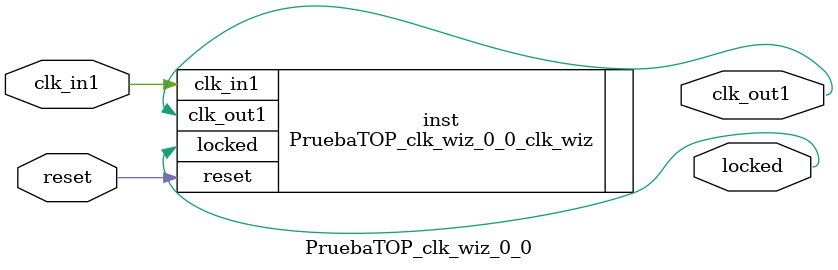
<source format=v>


`timescale 1ps/1ps

(* CORE_GENERATION_INFO = "PruebaTOP_clk_wiz_0_0,clk_wiz_v6_0_14_0_0,{component_name=PruebaTOP_clk_wiz_0_0,use_phase_alignment=true,use_min_o_jitter=false,use_max_i_jitter=false,use_dyn_phase_shift=false,use_inclk_switchover=false,use_dyn_reconfig=false,enable_axi=0,feedback_source=FDBK_AUTO,PRIMITIVE=MMCM,num_out_clk=1,clkin1_period=8.000,clkin2_period=10.000,use_power_down=false,use_reset=true,use_locked=true,use_inclk_stopped=false,feedback_type=SINGLE,CLOCK_MGR_TYPE=NA,manual_override=false}" *)

module PruebaTOP_clk_wiz_0_0 
 (
  // Clock out ports
  output        clk_out1,
  // Status and control signals
  input         reset,
  output        locked,
 // Clock in ports
  input         clk_in1
 );

  PruebaTOP_clk_wiz_0_0_clk_wiz inst
  (
  // Clock out ports  
  .clk_out1(clk_out1),
  // Status and control signals               
  .reset(reset), 
  .locked(locked),
 // Clock in ports
  .clk_in1(clk_in1)
  );

endmodule

</source>
